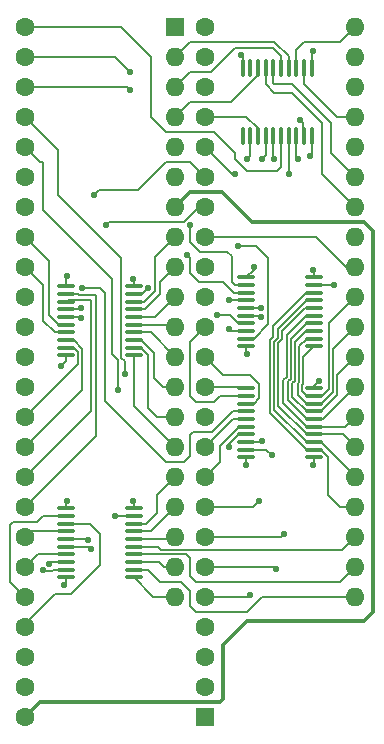
<source format=gtl>
G04 #@! TF.GenerationSoftware,KiCad,Pcbnew,(6.0.5)*
G04 #@! TF.CreationDate,2024-06-24T20:21:06-07:00*
G04 #@! TF.ProjectId,MCL6809_PCB,4d434c36-3830-4395-9f50-43422e6b6963,rev?*
G04 #@! TF.SameCoordinates,Original*
G04 #@! TF.FileFunction,Copper,L1,Top*
G04 #@! TF.FilePolarity,Positive*
%FSLAX46Y46*%
G04 Gerber Fmt 4.6, Leading zero omitted, Abs format (unit mm)*
G04 Created by KiCad (PCBNEW (6.0.5)) date 2024-06-24 20:21:06*
%MOMM*%
%LPD*%
G01*
G04 APERTURE LIST*
G04 Aperture macros list*
%AMRoundRect*
0 Rectangle with rounded corners*
0 $1 Rounding radius*
0 $2 $3 $4 $5 $6 $7 $8 $9 X,Y pos of 4 corners*
0 Add a 4 corners polygon primitive as box body*
4,1,4,$2,$3,$4,$5,$6,$7,$8,$9,$2,$3,0*
0 Add four circle primitives for the rounded corners*
1,1,$1+$1,$2,$3*
1,1,$1+$1,$4,$5*
1,1,$1+$1,$6,$7*
1,1,$1+$1,$8,$9*
0 Add four rect primitives between the rounded corners*
20,1,$1+$1,$2,$3,$4,$5,0*
20,1,$1+$1,$4,$5,$6,$7,0*
20,1,$1+$1,$6,$7,$8,$9,0*
20,1,$1+$1,$8,$9,$2,$3,0*%
G04 Aperture macros list end*
G04 #@! TA.AperFunction,SMDPad,CuDef*
%ADD10RoundRect,0.100000X0.637500X0.100000X-0.637500X0.100000X-0.637500X-0.100000X0.637500X-0.100000X0*%
G04 #@! TD*
G04 #@! TA.AperFunction,ComponentPad*
%ADD11R,1.600000X1.600000*%
G04 #@! TD*
G04 #@! TA.AperFunction,ComponentPad*
%ADD12C,1.600000*%
G04 #@! TD*
G04 #@! TA.AperFunction,SMDPad,CuDef*
%ADD13RoundRect,0.100000X-0.637500X-0.100000X0.637500X-0.100000X0.637500X0.100000X-0.637500X0.100000X0*%
G04 #@! TD*
G04 #@! TA.AperFunction,ComponentPad*
%ADD14O,1.600000X1.600000*%
G04 #@! TD*
G04 #@! TA.AperFunction,SMDPad,CuDef*
%ADD15RoundRect,0.100000X-0.100000X0.637500X-0.100000X-0.637500X0.100000X-0.637500X0.100000X0.637500X0*%
G04 #@! TD*
G04 #@! TA.AperFunction,ViaPad*
%ADD16C,0.584200*%
G04 #@! TD*
G04 #@! TA.AperFunction,Conductor*
%ADD17C,0.152400*%
G04 #@! TD*
G04 #@! TA.AperFunction,Conductor*
%ADD18C,0.300000*%
G04 #@! TD*
G04 APERTURE END LIST*
D10*
X178122500Y-119257000D03*
X178122500Y-118607000D03*
X178122500Y-117957000D03*
X178122500Y-117307000D03*
X178122500Y-116657000D03*
X178122500Y-116007000D03*
X178122500Y-115357000D03*
X178122500Y-114707000D03*
X178122500Y-114057000D03*
X178122500Y-113407000D03*
X172397500Y-113407000D03*
X172397500Y-114057000D03*
X172397500Y-114707000D03*
X172397500Y-115357000D03*
X172397500Y-116007000D03*
X172397500Y-116657000D03*
X172397500Y-117307000D03*
X172397500Y-117957000D03*
X172397500Y-118607000D03*
X172397500Y-119257000D03*
D11*
X168910000Y-141224000D03*
D12*
X168910000Y-138684000D03*
X168910000Y-136144000D03*
X168910000Y-133604000D03*
X168910000Y-131064000D03*
X168910000Y-128524000D03*
X168910000Y-125984000D03*
X168910000Y-123444000D03*
X168910000Y-120904000D03*
X168910000Y-118364000D03*
X168910000Y-115824000D03*
X168910000Y-113284000D03*
X168910000Y-110744000D03*
X168910000Y-108204000D03*
X168910000Y-105664000D03*
X168910000Y-103124000D03*
X168910000Y-100584000D03*
X168910000Y-98044000D03*
X168910000Y-95504000D03*
X168910000Y-92964000D03*
X168910000Y-90424000D03*
X168910000Y-87884000D03*
X168910000Y-85344000D03*
X168910000Y-82804000D03*
X153670000Y-82804000D03*
X153670000Y-85344000D03*
X153670000Y-87884000D03*
X153670000Y-90424000D03*
X153670000Y-92964000D03*
X153670000Y-95504000D03*
X153670000Y-98044000D03*
X153670000Y-100584000D03*
X153670000Y-103124000D03*
X153670000Y-105664000D03*
X153670000Y-108204000D03*
X153670000Y-110744000D03*
X153670000Y-113284000D03*
X153670000Y-115824000D03*
X153670000Y-118364000D03*
X153670000Y-120904000D03*
X153670000Y-123444000D03*
X153670000Y-125984000D03*
X153670000Y-128524000D03*
X153670000Y-131064000D03*
X153670000Y-133604000D03*
X153670000Y-136144000D03*
X153670000Y-138684000D03*
X153670000Y-141224000D03*
D13*
X157157500Y-123567000D03*
X157157500Y-124217000D03*
X157157500Y-124867000D03*
X157157500Y-125517000D03*
X157157500Y-126167000D03*
X157157500Y-126817000D03*
X157157500Y-127467000D03*
X157157500Y-128117000D03*
X157157500Y-128767000D03*
X157157500Y-129417000D03*
X162882500Y-129417000D03*
X162882500Y-128767000D03*
X162882500Y-128117000D03*
X162882500Y-127467000D03*
X162882500Y-126817000D03*
X162882500Y-126167000D03*
X162882500Y-125517000D03*
X162882500Y-124867000D03*
X162882500Y-124217000D03*
X162882500Y-123567000D03*
D11*
X166370000Y-82804000D03*
D14*
X166370000Y-85344000D03*
X166370000Y-87884000D03*
X166370000Y-90424000D03*
X166370000Y-92964000D03*
X166370000Y-95504000D03*
X166370000Y-98044000D03*
X166370000Y-100584000D03*
X166370000Y-103124000D03*
X166370000Y-105664000D03*
X166370000Y-108204000D03*
X166370000Y-110744000D03*
X166370000Y-113284000D03*
X166370000Y-115824000D03*
X166370000Y-118364000D03*
X166370000Y-120904000D03*
X166370000Y-123444000D03*
X166370000Y-125984000D03*
X166370000Y-128524000D03*
X166370000Y-131064000D03*
X181610000Y-131064000D03*
X181610000Y-128524000D03*
X181610000Y-125984000D03*
X181610000Y-123444000D03*
X181610000Y-120904000D03*
X181610000Y-118364000D03*
X181610000Y-115824000D03*
X181610000Y-113284000D03*
X181610000Y-110744000D03*
X181610000Y-108204000D03*
X181610000Y-105664000D03*
X181610000Y-103124000D03*
X181610000Y-100584000D03*
X181610000Y-98044000D03*
X181610000Y-95504000D03*
X181610000Y-92964000D03*
X181610000Y-90424000D03*
X181610000Y-87884000D03*
X181610000Y-85344000D03*
X181610000Y-82804000D03*
D15*
X177931000Y-86291500D03*
X177281000Y-86291500D03*
X176631000Y-86291500D03*
X175981000Y-86291500D03*
X175331000Y-86291500D03*
X174681000Y-86291500D03*
X174031000Y-86291500D03*
X173381000Y-86291500D03*
X172731000Y-86291500D03*
X172081000Y-86291500D03*
X172081000Y-92016500D03*
X172731000Y-92016500D03*
X173381000Y-92016500D03*
X174031000Y-92016500D03*
X174681000Y-92016500D03*
X175331000Y-92016500D03*
X175981000Y-92016500D03*
X176631000Y-92016500D03*
X177281000Y-92016500D03*
X177931000Y-92016500D03*
D13*
X172397500Y-104009000D03*
X172397500Y-104659000D03*
X172397500Y-105309000D03*
X172397500Y-105959000D03*
X172397500Y-106609000D03*
X172397500Y-107259000D03*
X172397500Y-107909000D03*
X172397500Y-108559000D03*
X172397500Y-109209000D03*
X172397500Y-109859000D03*
X178122500Y-109859000D03*
X178122500Y-109209000D03*
X178122500Y-108559000D03*
X178122500Y-107909000D03*
X178122500Y-107259000D03*
X178122500Y-106609000D03*
X178122500Y-105959000D03*
X178122500Y-105309000D03*
X178122500Y-104659000D03*
X178122500Y-104009000D03*
X157157500Y-104771000D03*
X157157500Y-105421000D03*
X157157500Y-106071000D03*
X157157500Y-106721000D03*
X157157500Y-107371000D03*
X157157500Y-108021000D03*
X157157500Y-108671000D03*
X157157500Y-109321000D03*
X157157500Y-109971000D03*
X157157500Y-110621000D03*
X162882500Y-110621000D03*
X162882500Y-109971000D03*
X162882500Y-109321000D03*
X162882500Y-108671000D03*
X162882500Y-108021000D03*
X162882500Y-107371000D03*
X162882500Y-106721000D03*
X162882500Y-106071000D03*
X162882500Y-105421000D03*
X162882500Y-104771000D03*
D16*
X178054000Y-119888000D03*
X157226000Y-122936000D03*
X178054000Y-84836000D03*
X157226000Y-103886000D03*
X172406200Y-119888000D03*
X162814000Y-122936000D03*
X173033800Y-103124000D03*
X177800000Y-93726000D03*
X178054000Y-103378000D03*
X162814000Y-104140000D03*
X172466000Y-110490000D03*
X156972000Y-130048000D03*
X171958000Y-85149800D03*
X178562000Y-112776000D03*
X174557800Y-119061548D03*
X176965735Y-90669025D03*
X156718000Y-111506000D03*
X173736000Y-117856000D03*
X161544000Y-113538000D03*
X170942000Y-118364000D03*
X162111800Y-112225721D03*
X158496000Y-104902000D03*
X171704000Y-101346000D03*
X171450000Y-95250000D03*
X170942000Y-108391343D03*
X169926000Y-107188000D03*
X173676200Y-107412323D03*
X173482000Y-122936000D03*
X173676200Y-106628620D03*
X170942000Y-105918000D03*
X167386000Y-102108000D03*
X162560000Y-88138000D03*
X167640000Y-99568000D03*
X162560000Y-86614000D03*
X179832000Y-104648000D03*
X158436200Y-106592871D03*
X158436200Y-107442000D03*
X161290000Y-124206000D03*
X164109809Y-104917003D03*
X155147839Y-128824161D03*
X155702000Y-128270000D03*
X159258000Y-127000000D03*
X160528000Y-99568000D03*
X159004000Y-126238000D03*
X159512000Y-97028000D03*
X173736000Y-93980000D03*
X174914635Y-128724005D03*
X176022000Y-95250000D03*
X172466000Y-93980000D03*
X174752000Y-93980000D03*
X172729993Y-130908647D03*
X176784000Y-93980000D03*
X175568320Y-125784320D03*
D17*
X162882500Y-123567000D02*
X162882500Y-123004500D01*
X162882500Y-104208500D02*
X162814000Y-104140000D01*
X173033800Y-103372700D02*
X173033800Y-103124000D01*
X177931000Y-84959000D02*
X178054000Y-84836000D01*
X178122500Y-119257000D02*
X178122500Y-119819500D01*
X177931000Y-93595000D02*
X177800000Y-93726000D01*
X177931000Y-86291500D02*
X177931000Y-84959000D01*
X172397500Y-119257000D02*
X172397500Y-119879300D01*
X157157500Y-123004500D02*
X157226000Y-122936000D01*
X178122500Y-104009000D02*
X178122500Y-103446500D01*
X157157500Y-104771000D02*
X157157500Y-103954500D01*
X157157500Y-123567000D02*
X157157500Y-123004500D01*
X178122500Y-103446500D02*
X178054000Y-103378000D01*
X157157500Y-103954500D02*
X157226000Y-103886000D01*
X178122500Y-119819500D02*
X178054000Y-119888000D01*
X177931000Y-92016500D02*
X177931000Y-93595000D01*
X172397500Y-104009000D02*
X173033800Y-103372700D01*
X162882500Y-123004500D02*
X162814000Y-122936000D01*
X162882500Y-104771000D02*
X162882500Y-104208500D01*
X172397500Y-119879300D02*
X172406200Y-119888000D01*
X177109280Y-113662628D02*
X177503652Y-114057000D01*
X177109280Y-113151372D02*
X177215377Y-113045275D01*
X177503652Y-114057000D02*
X178122500Y-114057000D01*
X177215377Y-110766123D02*
X178122500Y-109859000D01*
X179382178Y-113479822D02*
X179382178Y-107891822D01*
X179382178Y-107891822D02*
X181610000Y-105664000D01*
X177109280Y-113662628D02*
X177109280Y-113151372D01*
X178122500Y-114057000D02*
X178805000Y-114057000D01*
X178805000Y-114057000D02*
X179382178Y-113479822D01*
X177215377Y-113045275D02*
X177215377Y-110766123D01*
X176863466Y-109849186D02*
X177503652Y-109209000D01*
X178122500Y-114707000D02*
X178741348Y-114707000D01*
X176757369Y-113960717D02*
X176757369Y-113005605D01*
X179734089Y-110079911D02*
X181610000Y-108204000D01*
X177503652Y-109209000D02*
X178122500Y-109209000D01*
X178122500Y-114707000D02*
X177503652Y-114707000D01*
X178741348Y-114707000D02*
X179734089Y-113714259D01*
X176757369Y-113005605D02*
X176863466Y-112899508D01*
X177503652Y-114707000D02*
X176757369Y-113960717D01*
X179734089Y-113714259D02*
X179734089Y-110079911D01*
X176863466Y-112899508D02*
X176863466Y-109849186D01*
X178741348Y-115357000D02*
X180086000Y-114012348D01*
X176276000Y-112989296D02*
X176511555Y-112753741D01*
X176276000Y-114129348D02*
X176276000Y-112989296D01*
X177445000Y-108559000D02*
X178122500Y-108559000D01*
X180086000Y-114012348D02*
X180086000Y-112268000D01*
X176511555Y-112753741D02*
X176511555Y-109492445D01*
X178122500Y-115357000D02*
X177503652Y-115357000D01*
X178122500Y-115357000D02*
X178741348Y-115357000D01*
X177503652Y-115357000D02*
X176276000Y-114129348D01*
X180086000Y-112268000D02*
X181610000Y-110744000D01*
X176511555Y-109492445D02*
X177445000Y-108559000D01*
X178887000Y-116007000D02*
X181610000Y-113284000D01*
X175924089Y-114427437D02*
X175924089Y-112823457D01*
X177503652Y-116007000D02*
X175924089Y-114427437D01*
X178122500Y-116007000D02*
X177503652Y-116007000D01*
X176159644Y-112587902D02*
X176159644Y-109253008D01*
X175924089Y-112823457D02*
X176159644Y-112587902D01*
X177503652Y-107909000D02*
X178122500Y-107909000D01*
X178122500Y-116007000D02*
X178887000Y-116007000D01*
X176159644Y-109253008D02*
X177503652Y-107909000D01*
X175807733Y-112442103D02*
X175807733Y-108926267D01*
X178122500Y-116657000D02*
X180777000Y-116657000D01*
X178122500Y-116657000D02*
X177503652Y-116657000D01*
X177475000Y-107259000D02*
X178122500Y-107259000D01*
X175514000Y-114667348D02*
X175514000Y-112735836D01*
X175807733Y-108926267D02*
X177475000Y-107259000D01*
X177503652Y-116657000D02*
X175514000Y-114667348D01*
X180777000Y-116657000D02*
X181610000Y-115824000D01*
X175514000Y-112735836D02*
X175807733Y-112442103D01*
X180553000Y-117307000D02*
X181610000Y-118364000D01*
X175455822Y-109266119D02*
X175455822Y-108524898D01*
X178122500Y-117307000D02*
X180553000Y-117307000D01*
X175455822Y-108524898D02*
X177371720Y-106609000D01*
X175122357Y-109599584D02*
X175455822Y-109266119D01*
X177371720Y-106609000D02*
X178122500Y-106609000D01*
X177503652Y-117307000D02*
X175122357Y-114925705D01*
X178122500Y-117307000D02*
X177503652Y-117307000D01*
X175122357Y-114925705D02*
X175122357Y-109599584D01*
X178122500Y-117957000D02*
X177503652Y-117957000D01*
X174770446Y-115223794D02*
X174770446Y-109453817D01*
X175103911Y-109120352D02*
X175103911Y-108358741D01*
X177503652Y-117957000D02*
X174770446Y-115223794D01*
X174770446Y-109453817D02*
X175103911Y-109120352D01*
X177503652Y-105959000D02*
X178122500Y-105959000D01*
X181610000Y-120825652D02*
X181610000Y-120904000D01*
X178741348Y-117957000D02*
X181610000Y-120825652D01*
X178122500Y-117957000D02*
X178741348Y-117957000D01*
X175103911Y-108358741D02*
X177503652Y-105959000D01*
X179324000Y-119189652D02*
X179324000Y-122428000D01*
X178122500Y-118607000D02*
X177503652Y-118607000D01*
X174418535Y-115521883D02*
X174418535Y-109308050D01*
X180340000Y-123444000D02*
X181610000Y-123444000D01*
X174418535Y-109308050D02*
X174645909Y-109080676D01*
X174645909Y-109080676D02*
X174645909Y-108146669D01*
X177483578Y-105309000D02*
X178122500Y-105309000D01*
X179324000Y-122428000D02*
X180340000Y-123444000D01*
X178741348Y-118607000D02*
X179324000Y-119189652D01*
X177503652Y-118607000D02*
X174418535Y-115521883D01*
X174645909Y-108146669D02*
X177483578Y-105309000D01*
X178122500Y-118607000D02*
X178741348Y-118607000D01*
X172397500Y-109859000D02*
X172397500Y-110421500D01*
X157157500Y-110621000D02*
X157157500Y-111066500D01*
X174103252Y-118607000D02*
X174557800Y-119061548D01*
X157157500Y-111066500D02*
X156718000Y-111506000D01*
X177174489Y-90877779D02*
X176965735Y-90669025D01*
X172081000Y-86291500D02*
X172081000Y-85272800D01*
X177281000Y-92016500D02*
X177174489Y-91909989D01*
X177174489Y-91909989D02*
X177174489Y-90877779D01*
X172081000Y-85272800D02*
X171958000Y-85149800D01*
X178122500Y-113407000D02*
X178122500Y-113215500D01*
X157157500Y-129417000D02*
X157157500Y-129862500D01*
X172397500Y-110421500D02*
X172466000Y-110490000D01*
X157157500Y-129862500D02*
X156972000Y-130048000D01*
X178122500Y-113215500D02*
X178562000Y-112776000D01*
X172397500Y-118607000D02*
X174103252Y-118607000D01*
X161544000Y-111049026D02*
X161036000Y-110541026D01*
X173635000Y-117957000D02*
X173736000Y-117856000D01*
X161036000Y-110541026D02*
X161036000Y-104140000D01*
X161544000Y-113538000D02*
X161544000Y-111049026D01*
X154940000Y-94234000D02*
X153670000Y-92964000D01*
X155194000Y-98298000D02*
X155194000Y-94234000D01*
X155194000Y-94234000D02*
X154940000Y-94234000D01*
X161036000Y-104140000D02*
X155194000Y-98298000D01*
X172397500Y-117957000D02*
X173635000Y-117957000D01*
X171778652Y-117307000D02*
X170942000Y-118143652D01*
X172397500Y-117307000D02*
X171778652Y-117307000D01*
X156464000Y-97028000D02*
X161818496Y-102382496D01*
X156464000Y-93218000D02*
X156464000Y-97028000D01*
X161818496Y-110825844D02*
X162111800Y-111119148D01*
X162111800Y-111119148D02*
X162111800Y-112225721D01*
X153670000Y-90424000D02*
X156464000Y-93218000D01*
X161818496Y-102382496D02*
X161818496Y-110825844D01*
X170942000Y-118143652D02*
X170942000Y-118364000D01*
X170180000Y-118255652D02*
X170180000Y-119634000D01*
X170180000Y-119634000D02*
X168910000Y-120904000D01*
X171778652Y-116657000D02*
X170180000Y-118255652D01*
X172397500Y-116657000D02*
X171778652Y-116657000D01*
X171267000Y-116007000D02*
X168910000Y-118364000D01*
X172397500Y-116007000D02*
X171267000Y-116007000D01*
X171237000Y-115357000D02*
X172397500Y-115357000D01*
X160430089Y-114456089D02*
X165608000Y-119634000D01*
X167894000Y-117094000D02*
X169500000Y-117094000D01*
X165608000Y-119634000D02*
X167132000Y-119634000D01*
X169500000Y-117094000D02*
X171237000Y-115357000D01*
X160430089Y-105312089D02*
X160430089Y-114456089D01*
X167132000Y-119634000D02*
X167640000Y-119126000D01*
X167640000Y-117348000D02*
X167894000Y-117094000D01*
X158496000Y-104902000D02*
X160020000Y-104902000D01*
X160020000Y-104902000D02*
X160430089Y-105312089D01*
X167640000Y-119126000D02*
X167640000Y-117348000D01*
X173482000Y-114241348D02*
X173482000Y-113030000D01*
X172720000Y-112268000D02*
X170434000Y-112268000D01*
X173016348Y-114707000D02*
X173482000Y-114241348D01*
X173482000Y-113030000D02*
X172720000Y-112268000D01*
X172397500Y-114707000D02*
X173016348Y-114707000D01*
X170434000Y-112268000D02*
X168910000Y-110744000D01*
X170169000Y-114057000D02*
X169672000Y-114554000D01*
X169672000Y-114554000D02*
X168148000Y-114554000D01*
X167640000Y-114046000D02*
X167640000Y-109474000D01*
X172397500Y-114057000D02*
X170169000Y-114057000D01*
X168148000Y-114554000D02*
X167640000Y-114046000D01*
X167640000Y-109474000D02*
X168910000Y-108204000D01*
X172274500Y-113284000D02*
X168910000Y-113284000D01*
X172397500Y-113407000D02*
X172274500Y-113284000D01*
X172397500Y-109209000D02*
X173016348Y-109209000D01*
X173016348Y-109209000D02*
X174244000Y-107981348D01*
X174244000Y-107981348D02*
X174244000Y-102362000D01*
X173228000Y-101346000D02*
X171704000Y-101346000D01*
X171450000Y-95250000D02*
X171196000Y-95250000D01*
X174244000Y-102362000D02*
X173228000Y-101346000D01*
X171196000Y-95250000D02*
X168910000Y-92964000D01*
X171109657Y-108559000D02*
X170942000Y-108391343D01*
X172397500Y-108559000D02*
X171109657Y-108559000D01*
X169926000Y-107188000D02*
X170982993Y-107188000D01*
X171703993Y-107909000D02*
X172397500Y-107909000D01*
X170982993Y-107188000D02*
X171703993Y-107909000D01*
X172397500Y-107259000D02*
X173522877Y-107259000D01*
X173522877Y-107259000D02*
X173676200Y-107412323D01*
X168910000Y-123444000D02*
X172974000Y-123444000D01*
X172974000Y-123444000D02*
X173482000Y-122936000D01*
X173656580Y-106609000D02*
X173676200Y-106628620D01*
X172397500Y-106609000D02*
X173656580Y-106609000D01*
X172397500Y-105959000D02*
X170983000Y-105959000D01*
X170983000Y-105959000D02*
X170942000Y-105918000D01*
X171349000Y-105309000D02*
X170434000Y-104394000D01*
X153670000Y-87884000D02*
X162306000Y-87884000D01*
X172397500Y-105309000D02*
X171349000Y-105309000D01*
X162306000Y-87884000D02*
X162560000Y-88138000D01*
X170434000Y-104394000D02*
X168396607Y-104394000D01*
X167661611Y-102383611D02*
X167386000Y-102108000D01*
X167661611Y-103659004D02*
X167661611Y-102383611D01*
X168396607Y-104394000D02*
X167661611Y-103659004D01*
X167640000Y-101051007D02*
X167640000Y-99568000D01*
X171196000Y-102239440D02*
X170810560Y-101854000D01*
X161290000Y-85344000D02*
X162560000Y-86614000D01*
X170810560Y-101854000D02*
X168442993Y-101854000D01*
X171461000Y-104659000D02*
X171196000Y-104394000D01*
X168442993Y-101854000D02*
X167640000Y-101051007D01*
X153670000Y-85344000D02*
X161290000Y-85344000D01*
X171196000Y-104394000D02*
X171196000Y-102239440D01*
X172397500Y-104659000D02*
X171461000Y-104659000D01*
X178133500Y-104648000D02*
X178122500Y-104659000D01*
X179832000Y-104648000D02*
X178133500Y-104648000D01*
X159706199Y-105469801D02*
X159706199Y-117407801D01*
X158212007Y-105421000D02*
X158260808Y-105469801D01*
X158260808Y-105469801D02*
X159706199Y-105469801D01*
X157157500Y-105421000D02*
X158212007Y-105421000D01*
X159706199Y-117407801D02*
X153670000Y-123444000D01*
X157157500Y-106071000D02*
X157310500Y-105918000D01*
X159258000Y-105918000D02*
X159258000Y-115316000D01*
X159258000Y-115316000D02*
X153670000Y-120904000D01*
X157310500Y-105918000D02*
X159258000Y-105918000D01*
X158308071Y-106721000D02*
X158436200Y-106592871D01*
X157157500Y-106721000D02*
X158308071Y-106721000D01*
X158365200Y-107371000D02*
X158436200Y-107442000D01*
X157157500Y-107371000D02*
X158365200Y-107371000D01*
X155702000Y-102616000D02*
X153670000Y-100584000D01*
X155702000Y-107184348D02*
X155702000Y-102616000D01*
X156538652Y-108021000D02*
X155702000Y-107184348D01*
X157157500Y-108021000D02*
X156538652Y-108021000D01*
X156169000Y-108671000D02*
X155194000Y-107696000D01*
X155194000Y-104648000D02*
X153670000Y-103124000D01*
X157157500Y-108671000D02*
X156169000Y-108671000D01*
X155194000Y-107696000D02*
X155194000Y-104648000D01*
X157157500Y-109321000D02*
X157776348Y-109321000D01*
X157776348Y-109321000D02*
X158522631Y-110067283D01*
X158522631Y-113511369D02*
X153670000Y-118364000D01*
X158522631Y-110067283D02*
X158522631Y-113511369D01*
X158170720Y-111323280D02*
X153670000Y-115824000D01*
X157776348Y-109971000D02*
X158170720Y-110365372D01*
X157157500Y-109971000D02*
X157776348Y-109971000D01*
X158170720Y-110365372D02*
X158170720Y-111323280D01*
X166370000Y-118364000D02*
X162882500Y-114876500D01*
X162882500Y-114876500D02*
X162882500Y-110621000D01*
X164084000Y-115062000D02*
X164846000Y-115824000D01*
X163501348Y-109971000D02*
X164084000Y-110553652D01*
X162882500Y-109971000D02*
X163501348Y-109971000D01*
X164084000Y-110553652D02*
X164084000Y-115062000D01*
X164846000Y-115824000D02*
X166370000Y-115824000D01*
X165354000Y-113284000D02*
X166370000Y-113284000D01*
X163501348Y-109321000D02*
X164592000Y-110411652D01*
X164592000Y-110411652D02*
X164592000Y-112522000D01*
X162882500Y-109321000D02*
X163501348Y-109321000D01*
X164592000Y-112522000D02*
X165354000Y-113284000D01*
X164297000Y-108671000D02*
X166370000Y-110744000D01*
X162882500Y-108671000D02*
X164297000Y-108671000D01*
X166187000Y-108021000D02*
X166370000Y-108204000D01*
X162882500Y-108021000D02*
X166187000Y-108021000D01*
X164663000Y-107371000D02*
X166370000Y-105664000D01*
X162882500Y-107371000D02*
X164663000Y-107371000D01*
X162882500Y-106721000D02*
X163819670Y-106721000D01*
X165100000Y-105440670D02*
X165100000Y-104394000D01*
X163819670Y-106721000D02*
X165100000Y-105440670D01*
X165100000Y-104394000D02*
X166370000Y-103124000D01*
X164678510Y-102275490D02*
X166370000Y-100584000D01*
X162882500Y-106071000D02*
X163758805Y-106071000D01*
X164678510Y-105151295D02*
X164678510Y-102275490D01*
X163758805Y-106071000D02*
X164678510Y-105151295D01*
X161301000Y-124217000D02*
X161290000Y-124206000D01*
X162882500Y-105421000D02*
X163605812Y-105421000D01*
X163605812Y-105421000D02*
X164109809Y-104917003D01*
X162882500Y-124217000D02*
X161301000Y-124217000D01*
X154686000Y-124714000D02*
X152654000Y-124714000D01*
X152400000Y-129794000D02*
X153670000Y-131064000D01*
X157157500Y-124217000D02*
X155183000Y-124217000D01*
X152400000Y-124968000D02*
X152400000Y-129794000D01*
X152654000Y-124714000D02*
X152400000Y-124968000D01*
X155183000Y-124217000D02*
X154686000Y-124714000D01*
X160020000Y-128385370D02*
X157595370Y-130810000D01*
X160020000Y-125730000D02*
X160020000Y-128385370D01*
X156210000Y-130810000D02*
X153670000Y-133350000D01*
X157595370Y-130810000D02*
X156210000Y-130810000D01*
X159157000Y-124867000D02*
X160020000Y-125730000D01*
X153670000Y-133350000D02*
X153670000Y-133604000D01*
X157157500Y-124867000D02*
X159157000Y-124867000D01*
X157157500Y-125517000D02*
X154137000Y-125517000D01*
X154137000Y-125517000D02*
X153670000Y-125984000D01*
X154727000Y-127467000D02*
X153670000Y-128524000D01*
X157157500Y-127467000D02*
X154727000Y-127467000D01*
X157157500Y-128767000D02*
X156007993Y-128767000D01*
X155396007Y-128767000D02*
X155205000Y-128767000D01*
X155466808Y-128837801D02*
X155396007Y-128767000D01*
X156007993Y-128767000D02*
X155937192Y-128837801D01*
X155205000Y-128767000D02*
X155147839Y-128824161D01*
X155937192Y-128837801D02*
X155466808Y-128837801D01*
X157157500Y-128117000D02*
X155855000Y-128117000D01*
X155855000Y-128117000D02*
X155702000Y-128270000D01*
X168910000Y-98044000D02*
X168361007Y-98044000D01*
X160803611Y-99292389D02*
X160528000Y-99568000D01*
X157157500Y-126817000D02*
X159075000Y-126817000D01*
X167112618Y-99292389D02*
X160803611Y-99292389D01*
X159075000Y-126817000D02*
X159258000Y-127000000D01*
X168361007Y-98044000D02*
X167112618Y-99292389D01*
X168910000Y-95504000D02*
X167640000Y-94234000D01*
X163225622Y-96616378D02*
X159923622Y-96616378D01*
X159923622Y-96616378D02*
X159512000Y-97028000D01*
X167640000Y-94234000D02*
X165608000Y-94234000D01*
X165608000Y-94234000D02*
X163225622Y-96616378D01*
X157157500Y-126167000D02*
X158933000Y-126167000D01*
X158933000Y-126167000D02*
X159004000Y-126238000D01*
X180534289Y-127059711D02*
X181610000Y-125984000D01*
X162882500Y-126817000D02*
X164918357Y-126817000D01*
X165161068Y-127059711D02*
X180534289Y-127059711D01*
X164918357Y-126817000D02*
X165161068Y-127059711D01*
X167640000Y-127762000D02*
X167640000Y-129286000D01*
X167326289Y-127448289D02*
X167640000Y-127762000D01*
X162882500Y-127467000D02*
X162901211Y-127448289D01*
X167640000Y-129286000D02*
X168148000Y-129794000D01*
X168148000Y-129794000D02*
X180340000Y-129794000D01*
X180340000Y-129794000D02*
X181610000Y-128524000D01*
X162901211Y-127448289D02*
X167326289Y-127448289D01*
X167640000Y-130556000D02*
X167640000Y-131826000D01*
X168148000Y-132334000D02*
X172466000Y-132334000D01*
X173736000Y-131064000D02*
X181610000Y-131064000D01*
X162882500Y-128767000D02*
X164041174Y-128767000D01*
X166878000Y-129794000D02*
X167640000Y-130556000D01*
X165068174Y-129794000D02*
X166878000Y-129794000D01*
X167640000Y-131826000D02*
X168148000Y-132334000D01*
X164041174Y-128767000D02*
X165068174Y-129794000D01*
X172466000Y-132334000D02*
X173736000Y-131064000D01*
X164529500Y-131064000D02*
X166370000Y-131064000D01*
X162882500Y-129417000D02*
X164529500Y-131064000D01*
X165406000Y-128524000D02*
X164999000Y-128117000D01*
X162882500Y-128117000D02*
X164999000Y-128117000D01*
X166370000Y-128524000D02*
X165406000Y-128524000D01*
X162882500Y-126167000D02*
X166187000Y-126167000D01*
X166187000Y-126167000D02*
X166370000Y-125984000D01*
X164297000Y-125517000D02*
X166370000Y-123444000D01*
X162882500Y-125517000D02*
X164297000Y-125517000D01*
X164846000Y-122428000D02*
X166370000Y-120904000D01*
X164846000Y-123952000D02*
X164846000Y-122428000D01*
X163931000Y-124867000D02*
X164846000Y-123952000D01*
X162882500Y-124867000D02*
X163931000Y-124867000D01*
X181610000Y-90424000D02*
X180086000Y-90424000D01*
X177281000Y-87619000D02*
X177281000Y-86291500D01*
X180086000Y-90424000D02*
X177281000Y-87619000D01*
X175981000Y-85303000D02*
X174752000Y-84074000D01*
X175981000Y-86291500D02*
X175981000Y-85303000D01*
X174752000Y-84074000D02*
X167640000Y-84074000D01*
X167640000Y-84074000D02*
X166370000Y-85344000D01*
X171450000Y-84582000D02*
X169418000Y-86614000D01*
X175331000Y-86291500D02*
X175331000Y-85289826D01*
X169418000Y-86614000D02*
X167640000Y-86614000D01*
X167640000Y-86614000D02*
X166370000Y-87884000D01*
X175331000Y-85289826D02*
X174623174Y-84582000D01*
X174623174Y-84582000D02*
X171450000Y-84582000D01*
X167640000Y-89154000D02*
X166370000Y-90424000D01*
X171137348Y-89154000D02*
X167640000Y-89154000D01*
X173381000Y-86291500D02*
X173381000Y-86910348D01*
X173381000Y-86910348D02*
X171137348Y-89154000D01*
X176631000Y-84735000D02*
X177292000Y-84074000D01*
X176631000Y-86291500D02*
X176631000Y-84735000D01*
X180340000Y-84074000D02*
X181610000Y-82804000D01*
X177292000Y-84074000D02*
X180340000Y-84074000D01*
X174031000Y-92016500D02*
X174031000Y-93685000D01*
X174031000Y-93685000D02*
X173736000Y-93980000D01*
X172407348Y-90424000D02*
X168910000Y-90424000D01*
X173381000Y-92016500D02*
X173381000Y-91397652D01*
X173381000Y-91397652D02*
X172407348Y-90424000D01*
X174031000Y-87671000D02*
X174031000Y-86291500D01*
X181610000Y-98044000D02*
X178816000Y-95250000D01*
X174752000Y-88392000D02*
X174031000Y-87671000D01*
X176276000Y-88392000D02*
X174752000Y-88392000D01*
X178816000Y-90932000D02*
X176276000Y-88392000D01*
X178816000Y-95250000D02*
X178816000Y-90932000D01*
X181610000Y-103124000D02*
X180848000Y-103124000D01*
X180848000Y-103124000D02*
X178308000Y-100584000D01*
X178308000Y-100584000D02*
X168910000Y-100584000D01*
X179578000Y-90932000D02*
X176276000Y-87630000D01*
X181610000Y-95504000D02*
X179578000Y-93472000D01*
X176276000Y-87630000D02*
X174752000Y-87630000D01*
X174752000Y-87630000D02*
X174681000Y-87559000D01*
X179578000Y-93472000D02*
X179578000Y-90932000D01*
X174681000Y-87559000D02*
X174681000Y-86291500D01*
X175981000Y-95209000D02*
X176022000Y-95250000D01*
X175981000Y-92016500D02*
X175981000Y-95209000D01*
X168910000Y-128524000D02*
X174714630Y-128524000D01*
X174714630Y-128524000D02*
X174914635Y-128724005D01*
X172731000Y-92016500D02*
X172731000Y-93715000D01*
X172731000Y-93715000D02*
X172466000Y-93980000D01*
X174681000Y-92016500D02*
X174681000Y-93909000D01*
X174681000Y-93909000D02*
X174752000Y-93980000D01*
X172574640Y-131064000D02*
X172729993Y-130908647D01*
X168910000Y-131064000D02*
X172574640Y-131064000D01*
X169672000Y-91694000D02*
X165608000Y-91694000D01*
X175331000Y-92016500D02*
X175331000Y-94671000D01*
X171450000Y-93980000D02*
X171450000Y-93472000D01*
X164338000Y-90424000D02*
X164338000Y-85344000D01*
X175006000Y-94996000D02*
X172466000Y-94996000D01*
X161798000Y-82804000D02*
X153670000Y-82804000D01*
X172466000Y-94996000D02*
X171450000Y-93980000D01*
X171450000Y-93472000D02*
X169672000Y-91694000D01*
X175331000Y-94671000D02*
X175006000Y-94996000D01*
X165608000Y-91694000D02*
X164338000Y-90424000D01*
X164338000Y-85344000D02*
X161798000Y-82804000D01*
X168910000Y-125984000D02*
X175368640Y-125984000D01*
X175368640Y-125984000D02*
X175568320Y-125784320D01*
X176631000Y-93827000D02*
X176784000Y-93980000D01*
X176631000Y-92016500D02*
X176631000Y-93827000D01*
D18*
X167640000Y-96774000D02*
X167445711Y-96968289D01*
X154940000Y-139954000D02*
X153670000Y-141224000D01*
X172854578Y-99314000D02*
X182372000Y-99314000D01*
X172466000Y-133096000D02*
X170434000Y-135128000D01*
X182372000Y-99314000D02*
X183134000Y-100076000D01*
X183134000Y-132334000D02*
X182372000Y-133096000D01*
X167640000Y-96774000D02*
X170314578Y-96774000D01*
X166370000Y-98044000D02*
X167445711Y-96968289D01*
X170434000Y-135128000D02*
X170434000Y-139700000D01*
X170180000Y-139954000D02*
X154940000Y-139954000D01*
X170434000Y-139700000D02*
X170180000Y-139954000D01*
X183134000Y-100076000D02*
X183134000Y-132334000D01*
X170314578Y-96774000D02*
X172854578Y-99314000D01*
X182372000Y-133096000D02*
X172466000Y-133096000D01*
X166370000Y-98044000D02*
X167640000Y-96774000D01*
M02*

</source>
